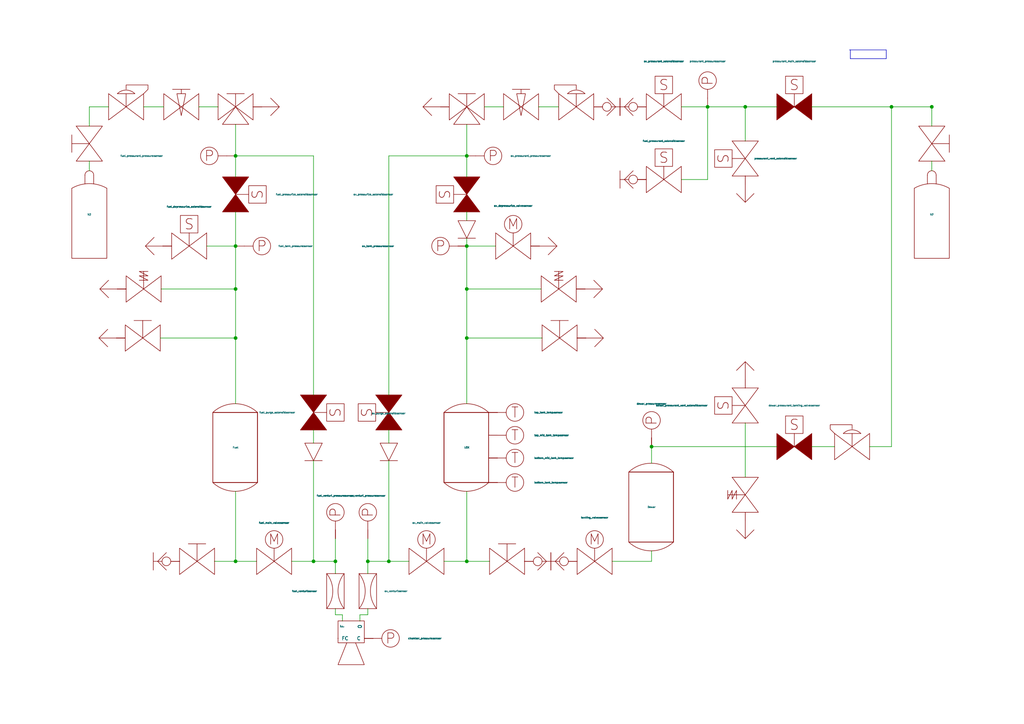
<source format=kicad_sch>
(kicad_sch (version 20230121) (generator eeschema)
  (paper "A4")
  (lib_symbols
    (symbol "PnID-Lib:CheckValve" (pin_numbers hide) (pin_names (offset 1.016))
      (property "Reference" "CheckValve" (at 0 -3.302 0))
      (symbol "CheckValve_0_0"
        (polyline (pts (xy 2.54 2.54) (xy 2.54 -2.54)))
        (polyline (pts (xy -2.54 2.54) (xy -2.54 -2.54) (xy 2.54 0) (xy -2.54 2.54)))
      )
      (symbol "CheckValve_1_1"
        (pin bidirectional line (at -2.54 0 0) (length 0) (name "~") (number "~"))
        (pin bidirectional line (at 2.54 0 180) (length 0) (name "~") (number "~"))
      )
    )
    (symbol "PnID-Lib:Engine" (pin_numbers hide) (pin_names (offset 1.016))
      (property "Reference" "Engine" (at 0 -11.43 0))
      (symbol "Engine_0_0"
        (rectangle (start -3.81 2.54) (end 3.81 -3.81))
        (polyline (pts (xy -1.27 -3.81) (xy -3.81 -10.16) (xy 3.81 -10.16) (xy 1.27 -3.81)))
      )
      (symbol "Engine_1_1"
        (pin bidirectional line (at 3.81 -2.54 180) (length 0) (name "C") (number "~"))
        (pin input line (at -2.54 2.54 270) (length 0) (name "F") (number "~"))
        (pin input line (at -3.81 -2.54 0) (length 0) (name "FC") (number "~"))
        (pin input line (at 2.54 2.54 270) (length 0) (name "O") (number "~"))
      )
    )
    (symbol "PnID-Lib:GasBottle" (pin_numbers hide) (pin_names (offset 1.016))
      (property "Reference" "GasBottle" (at 0 -1.016 0))
      (symbol "GasBottle_0_0"
        (polyline (pts (xy -1.27 8.89) (xy -1.27 11.43)))
        (polyline (pts (xy 1.27 8.89) (xy 1.27 11.43)))
        (polyline (pts (xy -5.08 7.62) (xy -5.08 -12.7) (xy 5.08 -12.7) (xy 5.08 7.62)))
        (arc (start 1.27 11.43) (mid 0 12.6945) (end -1.27 11.43))
        (arc (start 5.08 7.62) (mid 0 8.9691) (end -5.08 7.62))
      )
      (symbol "GasBottle_1_1"
        (pin output line (at 0 12.7 270) (length 0) (name "~") (number "~"))
      )
    )
    (symbol "PnID-Lib:PressureRegulator" (pin_numbers hide) (pin_names (offset 1.016))
      (property "Reference" "PressureRegulator" (at 0 -5.08 0))
      (property "Value" "PressureRegulator" (at 0 -6.35 0))
      (symbol "PressureRegulator_0_0"
        (polyline (pts (xy -2.54 3.81) (xy 2.54 3.81)))
        (polyline (pts (xy 0 0) (xy 0 3.81)))
        (polyline (pts (xy -5.08 3.81) (xy -6.35 5.08) (xy -6.35 6.35) (xy 0 6.35) (xy 0 5.08)))
        (arc (start 2.54 3.81) (mid 0 4.8621) (end -2.54 3.81))
      )
      (symbol "PressureRegulator_1_1"
        (polyline (pts (xy 0 0) (xy -5.08 3.81) (xy -5.08 -3.81) (xy 0 0)))
        (polyline (pts (xy 5.08 3.81) (xy 0 0) (xy 5.08 -3.81) (xy 5.08 3.81)))
        (pin bidirectional line (at -5.08 0 0) (length 0) (name "~") (number "~"))
        (pin bidirectional line (at 5.08 0 180) (length 0) (name "~") (number "~"))
      )
    )
    (symbol "PnID-Lib:QuickConnect_Half" (pin_numbers hide) (pin_names (offset 1.016))
      (property "Reference" "QuickConnect" (at 0 -5.08 0))
      (property "Value" "QuickConnect_Half" (at 0 -7.62 0))
      (symbol "QuickConnect_Half_0_0"
        (circle (center -3.81 0) (radius 1.27))
        (polyline (pts (xy -1.27 0) (xy -3.81 -2.54)))
        (polyline (pts (xy -1.27 0) (xy -2.54 0)))
        (polyline (pts (xy 0 2.54) (xy 0 -2.54)))
        (polyline (pts (xy 0 0) (xy -1.27 0) (xy -3.81 2.54)))
      )
      (symbol "QuickConnect_Half_1_1"
        (pin bidirectional line (at -7.62 0 0) (length 2.54) (name "~") (number "~"))
      )
    )
    (symbol "PnID-Lib:Sensor_Pressure" (pin_numbers hide) (pin_names (offset 1.016))
      (property "Reference" "Sensor_Pressure" (at 6.35 0.762 0))
      (property "Value" "Sensor_Pressure" (at 6.35 -0.762 0))
      (property "Data_Content" " " (at 0 0 0))
      (symbol "Sensor_Pressure_0_0"
        (polyline (pts (xy -5.08 0) (xy -2.54 0)))
        (circle (center 0 0) (radius 2.54))
        (text "P" (at 0 0 0) (effects (font (size 2.9972 2.9972))))
      )
      (symbol "Sensor_Pressure_1_1"
        (pin bidirectional line (at -7.62 0 0) (length 2.54) (name "~") (number "~"))
      )
    )
    (symbol "PnID-Lib:Sensor_Temperature" (pin_numbers hide) (pin_names (offset 1.016))
      (property "Reference" "Sensor_Temperature" (at 7.112 0.762 0))
      (property "Value" "Sensor_Temperature" (at 7.112 -0.762 0))
      (symbol "Sensor_Temperature_0_0"
        (polyline (pts (xy -5.08 0) (xy -2.54 0)))
        (text "T" (at 0 0 0) (effects (font (size 2.9972 2.9972))))
      )
      (symbol "Sensor_Temperature_0_1"
        (circle (center 0 0) (radius 2.54))
      )
      (symbol "Sensor_Temperature_1_1"
        (pin bidirectional line (at -7.62 0 0) (length 2.54) (name "~") (number "~"))
      )
    )
    (symbol "PnID-Lib:Tank_Slim" (pin_numbers hide) (pin_names (offset 1.016))
      (property "Reference" "Tank_Slim" (at 0 1.27 0))
      (property "Value" "Tank_Slim" (at 0 -1.27 0))
      (symbol "Tank_Slim_0_0"
        (polyline (pts (xy 6.35 10.16) (xy 6.35 -10.16)))
      )
      (symbol "Tank_Slim_0_1"
        (rectangle (start -6.604 -10.16) (end 6.35 10.16))
        (polyline (pts (xy -6.604 10.16) (xy -6.604 -10.16)))
        (polyline (pts (xy -6.35 -10.16) (xy 6.35 -10.16)))
        (polyline (pts (xy -6.35 10.16) (xy 6.35 10.16)))
        (arc (start 6.35 10.16) (mid -0.127 12.7008) (end -6.604 10.16))
      )
      (symbol "Tank_Slim_1_1"
        (arc (start -6.604 -10.16) (mid -0.127 -12.7008) (end 6.35 -10.16))
        (pin bidirectional line (at 0 -12.7 90) (length 0) (name "~") (number "~"))
        (pin bidirectional line (at 0 12.7 270) (length 0) (name "~") (number "~"))
      )
    )
    (symbol "PnID-Lib:Valve_Manual" (pin_numbers hide) (pin_names (offset 1.016))
      (property "Reference" "Valve_Manual" (at 0 -5.08 0))
      (symbol "Valve_Manual_0_0"
        (polyline (pts (xy -2.54 5.08) (xy 2.54 5.08)))
        (polyline (pts (xy 0 0) (xy 0 5.08)))
      )
      (symbol "Valve_Manual_1_1"
        (polyline (pts (xy 0 0) (xy -5.08 3.81) (xy -5.08 -3.81) (xy 0 0)))
        (polyline (pts (xy 5.08 3.81) (xy 0 0) (xy 5.08 -3.81) (xy 5.08 3.81)))
        (pin bidirectional line (at -5.08 0 0) (length 0) (name "~") (number "~"))
        (pin bidirectional line (at 5.08 0 180) (length 0) (name "~") (number "~"))
      )
    )
    (symbol "PnID-Lib:Valve_Manual_3Way" (pin_names (offset 1.016))
      (property "Reference" "U" (at 0 19.558 0))
      (property "Value" "Valve_Manual_3Way" (at 0 17.272 0))
      (symbol "Valve_Manual_3Way_1_1"
        (polyline (pts (xy -2.54 10.922) (xy 2.54 10.922)))
        (polyline (pts (xy 0 7.112) (xy 0 10.922)))
        (polyline (pts (xy 0 7.112) (xy -5.08 10.922) (xy -5.08 3.302) (xy 0 7.112)))
        (polyline (pts (xy 3.81 2.032) (xy 0 7.112) (xy -3.81 2.032) (xy 3.81 2.032)))
        (polyline (pts (xy 5.08 10.922) (xy 0 7.112) (xy 5.08 3.302) (xy 5.08 10.922)))
        (pin bidirectional line (at -5.08 7.112 0) (length 0) (name "~") (number "~"))
        (pin bidirectional line (at 0 2.032 90) (length 0) (name "~") (number "~"))
        (pin bidirectional line (at 5.08 7.112 180) (length 0) (name "~") (number "~"))
      )
    )
    (symbol "PnID-Lib:Valve_Needle" (pin_numbers hide) (pin_names (offset 1.016))
      (property "Reference" "Valve_Needle" (at 0 -5.08 0))
      (symbol "Valve_Needle_0_0"
        (polyline (pts (xy -2.54 5.08) (xy 2.54 5.08)))
        (polyline (pts (xy 0 3.81) (xy 0 5.08)))
        (polyline (pts (xy 0 -2.54) (xy -1.27 3.81) (xy 1.27 3.81) (xy 0 -2.54)))
      )
      (symbol "Valve_Needle_1_1"
        (polyline (pts (xy 0 0) (xy -5.08 3.81) (xy -5.08 -3.81) (xy 0 0)))
        (polyline (pts (xy 5.08 3.81) (xy 0 0) (xy 5.08 -3.81) (xy 5.08 3.81)))
        (pin bidirectional line (at -5.08 0 0) (length 0) (name "~") (number "~"))
        (pin bidirectional line (at 5.08 0 180) (length 0) (name "~") (number "~"))
      )
    )
    (symbol "PnID-Lib:Valve_OverPressure" (pin_numbers hide) (pin_names (offset 1.016))
      (property "Reference" "Valve_OverPressure" (at 0 -4.572 0))
      (symbol "Valve_OverPressure_0_0"
        (polyline (pts (xy 0 0) (xy 0 5.08)))
        (polyline (pts (xy -1.27 2.54) (xy 1.27 2.54) (xy -1.27 3.81) (xy 1.27 3.81) (xy -1.27 5.08) (xy 1.27 5.08)))
      )
      (symbol "Valve_OverPressure_1_1"
        (polyline (pts (xy 0 0) (xy -5.08 3.81) (xy -5.08 -3.81) (xy 0 0)))
        (polyline (pts (xy 5.08 3.81) (xy 0 0) (xy 5.08 -3.81) (xy 5.08 3.81)))
        (pin bidirectional line (at -5.08 0 0) (length 0) (name "~") (number "~"))
        (pin bidirectional line (at 5.08 0 180) (length 0) (name "~") (number "~"))
      )
    )
    (symbol "PnID-Lib:Valve_Servo" (pin_numbers hide) (pin_names (offset 1.016))
      (property "Reference" "Valve_Servo" (at 0 -4.064 0))
      (property "Value" "Valve_Servo" (at 0 -5.334 0))
      (symbol "Valve_Servo_0_0"
        (polyline (pts (xy 0 0) (xy 0 3.81)))
        (circle (center 0 6.35) (radius 2.54))
        (text "M" (at 0 6.35 0) (effects (font (size 2.9972 2.9972))))
      )
      (symbol "Valve_Servo_0_1"
        (polyline (pts (xy 0 0) (xy -5.08 3.81) (xy -5.08 -3.81) (xy 0 0)))
      )
      (symbol "Valve_Servo_1_1"
        (polyline (pts (xy 5.08 3.81) (xy 0 0) (xy 5.08 -3.81) (xy 5.08 3.81)))
        (pin bidirectional line (at -5.08 0 0) (length 0) (name "~") (number "~"))
        (pin bidirectional line (at 5.08 0 180) (length 0) (name "~") (number "~"))
      )
    )
    (symbol "PnID-Lib:Valve_Solenoid_NC" (pin_numbers hide) (pin_names (offset 1.016))
      (property "Reference" "Valve_Solenoid" (at 0.254 -4.318 0))
      (property "Value" "Valve_Solenoid_NC" (at 0.254 -5.588 0))
      (symbol "Valve_Solenoid_NC_0_0"
        (rectangle (start -2.54 3.81) (end 2.54 8.89))
        (text "S" (at 0 6.35 0) (effects (font (size 2.9972 2.9972))))
      )
      (symbol "Valve_Solenoid_NC_0_1"
        (polyline (pts (xy 0 3.81) (xy 0 0)))
      )
      (symbol "Valve_Solenoid_NC_1_1"
        (polyline (pts (xy 0 0) (xy -5.08 3.81) (xy -5.08 -3.81) (xy 0 0)) (fill (type outline)))
        (polyline (pts (xy 5.08 3.81) (xy 0 0) (xy 5.08 -3.81) (xy 5.08 3.81)) (fill (type outline)))
        (pin bidirectional line (at -5.08 0 0) (length 0) (name "~") (number "~"))
        (pin bidirectional line (at 5.08 0 180) (length 0) (name "~") (number "~"))
      )
    )
    (symbol "PnID-Lib:Valve_Solenoid_NO" (pin_numbers hide) (pin_names (offset 1.016))
      (property "Reference" "Valve_Solenoid" (at 0.254 -4.318 0))
      (property "Value" "Valve_Solenoid_NO" (at 0.254 -5.588 0))
      (symbol "Valve_Solenoid_NO_0_0"
        (rectangle (start -2.54 3.81) (end 2.54 8.89))
        (text "S" (at 0 6.35 0) (effects (font (size 2.9972 2.9972))))
      )
      (symbol "Valve_Solenoid_NO_0_1"
        (polyline (pts (xy 0 3.81) (xy 0 0)))
      )
      (symbol "Valve_Solenoid_NO_1_1"
        (polyline (pts (xy 0 0) (xy -5.08 3.81) (xy -5.08 -3.81) (xy 0 0)))
        (polyline (pts (xy 5.08 3.81) (xy 0 0) (xy 5.08 -3.81) (xy 5.08 3.81)))
        (pin bidirectional line (at -5.08 0 0) (length 0) (name "~") (number "~"))
        (pin bidirectional line (at 5.08 0 180) (length 0) (name "~") (number "~"))
      )
    )
    (symbol "PnID-Lib:Vent" (pin_numbers hide) (pin_names (offset 1.016))
      (property "Reference" "Vent" (at 2.54 1.27 0))
      (symbol "Vent_0_0"
        (polyline (pts (xy 0 0) (xy -5.08 0)))
        (polyline (pts (xy -2.54 2.54) (xy 0 0) (xy -2.54 -2.54)))
      )
      (symbol "Vent_1_1"
        (pin bidirectional line (at -7.62 0 0) (length 2.54) (name "~") (number "~"))
      )
    )
    (symbol "PnID-Lib:Venturi" (pin_numbers hide) (pin_names (offset 1.016))
      (property "Reference" "Venturi" (at 0 -5.08 0))
      (symbol "Venturi_0_0"
        (rectangle (start -5.08 2.54) (end 5.08 -2.54))
        (arc (start -5.08 2.54) (mid 0 0.758) (end 5.08 2.54))
        (arc (start 5.08 -2.54) (mid 0 -0.758) (end -5.08 -2.54))
      )
      (symbol "Venturi_1_1"
        (pin bidirectional line (at -5.08 0 0) (length 0) (name "~") (number "~"))
        (pin bidirectional line (at 5.08 0 180) (length 0) (name "~") (number "~"))
      )
    )
  )
  (junction (at 135.382 71.374))
  (junction (at 90.932 162.814))
  (junction (at 68.326 98.044))
  (junction (at 112.776 162.814))
  (junction (at 135.382 98.044))
  (junction (at 135.382 162.814))
  (junction (at 135.382 83.82))
  (junction (at 270.256 30.988))
  (junction (at 97.282 162.814))
  (junction (at 68.326 162.814))
  (junction (at 258.572 30.988))
  (junction (at 135.382 45.212))
  (junction (at 205.232 30.988))
  (junction (at 216.154 30.988))
  (junction (at 188.976 129.54))
  (junction (at 68.326 83.82))
  (junction (at 68.326 45.212))
  (junction (at 106.68 162.814))
  (junction (at 68.326 71.374))
  (wire (pts (xy 106.68 162.814) (xy 112.776 162.814)))
  (wire (pts (xy 112.776 162.814) (xy 118.618 162.814)))
  (wire (pts (xy 99.314 178.308) (xy 99.314 180.086)))
  (wire (pts (xy 112.776 133.604) (xy 112.776 162.814)))
  (wire (pts (xy 140.462 30.988) (xy 146.05 30.988)))
  (wire (pts (xy 90.932 133.604) (xy 90.932 162.814)))
  (wire (pts (xy 135.382 162.814) (xy 141.986 162.814)))
  (wire (pts (xy 258.572 30.988) (xy 235.458 30.988)))
  (wire (pts (xy 106.68 178.308) (xy 104.394 178.308)))
  (wire (pts (xy 162.052 30.988) (xy 156.21 30.988)))
  (wire (pts (xy 25.908 30.988) (xy 25.908 36.576)))
  (wire (pts (xy 97.282 178.308) (xy 97.282 176.53)))
  (wire (pts (xy 157.226 98.044) (xy 135.382 98.044)))
  (wire (pts (xy 258.572 30.988) (xy 270.256 30.988)))
  (wire (pts (xy 68.326 83.82) (xy 68.326 98.044)))
  (wire (pts (xy 90.932 162.814) (xy 97.282 162.814)))
  (wire (pts (xy 216.154 30.988) (xy 225.298 30.988)))
  (wire (pts (xy 47.498 30.988) (xy 41.656 30.988)))
  (wire (pts (xy 68.326 162.814) (xy 74.422 162.814)))
  (wire (pts (xy 112.776 128.524) (xy 112.776 124.714)))
  (wire (pts (xy 68.326 98.044) (xy 68.326 117.094)))
  (wire (pts (xy 106.68 176.53) (xy 106.68 178.308)))
  (wire (pts (xy 135.382 45.212) (xy 135.382 51.308)))
  (wire (pts (xy 205.232 30.988) (xy 216.154 30.988)))
  (wire (pts (xy 25.908 49.53) (xy 25.908 46.736)))
  (polyline (pts (xy 246.634 17.018) (xy 257.048 17.018)))
  (wire (pts (xy 46.482 98.044) (xy 68.326 98.044)))
  (wire (pts (xy 135.382 71.374) (xy 135.382 69.088)))
  (wire (pts (xy 106.68 162.814) (xy 106.68 156.21)))
  (wire (pts (xy 68.326 45.212) (xy 90.932 45.212)))
  (wire (pts (xy 112.776 45.212) (xy 112.776 114.554)))
  (wire (pts (xy 97.282 178.308) (xy 99.314 178.308)))
  (wire (pts (xy 135.382 98.044) (xy 135.382 83.82)))
  (wire (pts (xy 216.154 30.988) (xy 216.154 40.894)))
  (wire (pts (xy 84.582 162.814) (xy 90.932 162.814)))
  (wire (pts (xy 62.23 162.814) (xy 68.326 162.814)))
  (wire (pts (xy 31.496 30.988) (xy 25.908 30.988)))
  (wire (pts (xy 112.776 45.212) (xy 135.382 45.212)))
  (polyline (pts (xy 246.634 14.478) (xy 246.634 17.018)))
  (wire (pts (xy 242.062 129.54) (xy 235.458 129.54)))
  (wire (pts (xy 68.326 142.494) (xy 68.326 162.814)))
  (wire (pts (xy 104.394 178.308) (xy 104.394 180.086)))
  (wire (pts (xy 143.764 71.374) (xy 135.382 71.374)))
  (wire (pts (xy 135.382 36.068) (xy 135.382 45.212)))
  (wire (pts (xy 90.932 45.212) (xy 90.932 114.554)))
  (wire (pts (xy 59.944 71.374) (xy 68.326 71.374)))
  (wire (pts (xy 197.612 30.988) (xy 205.232 30.988)))
  (wire (pts (xy 135.382 61.468) (xy 135.382 64.008)))
  (wire (pts (xy 106.68 162.814) (xy 106.68 166.37)))
  (wire (pts (xy 270.256 30.988) (xy 270.256 30.734)))
  (wire (pts (xy 90.932 124.714) (xy 90.932 128.524)))
  (wire (pts (xy 97.282 166.37) (xy 97.282 162.814)))
  (wire (pts (xy 156.972 83.82) (xy 135.382 83.82)))
  (wire (pts (xy 63.246 30.988) (xy 57.658 30.988)))
  (wire (pts (xy 68.326 61.468) (xy 68.326 71.374)))
  (wire (pts (xy 258.572 30.988) (xy 258.572 129.54)))
  (wire (pts (xy 46.736 83.82) (xy 68.326 83.82)))
  (wire (pts (xy 197.612 52.07) (xy 205.232 52.07)))
  (wire (pts (xy 68.326 71.374) (xy 68.326 83.82)))
  (wire (pts (xy 68.326 45.212) (xy 68.326 51.308)))
  (wire (pts (xy 188.976 162.814) (xy 188.976 159.766)))
  (wire (pts (xy 97.282 162.814) (xy 97.282 156.21)))
  (wire (pts (xy 177.546 162.814) (xy 188.976 162.814)))
  (polyline (pts (xy 257.048 17.018) (xy 257.048 14.478)))
  (wire (pts (xy 270.256 49.53) (xy 270.256 46.736)))
  (wire (pts (xy 270.256 30.988) (xy 270.256 36.576)))
  (wire (pts (xy 205.232 30.988) (xy 205.232 52.07)))
  (wire (pts (xy 135.382 83.82) (xy 135.382 71.374)))
  (wire (pts (xy 128.778 162.814) (xy 135.382 162.814)))
  (wire (pts (xy 135.382 142.494) (xy 135.382 162.814)))
  (wire (pts (xy 68.326 36.068) (xy 68.326 45.212)))
  (polyline (pts (xy 257.048 14.478) (xy 246.38 14.478)))
  (wire (pts (xy 135.382 98.044) (xy 135.382 117.094)))
  (wire (pts (xy 188.976 129.54) (xy 188.976 134.366)))
  (wire (pts (xy 258.572 129.54) (xy 252.222 129.54)))
  (wire (pts (xy 216.154 122.682) (xy 216.154 138.43)))
  (wire (pts (xy 188.976 129.54) (xy 225.298 129.54)))
  (symbol (lib_id "PnID-Lib:GasBottle") (at 25.908 62.23 0) (unit 1)
    (property "Reference" "N2" (at 25.908 62.23 0) (effects (font (size 0.508 0.508))))
    (property "Value" "N2" (effects hide))
  )
  (symbol (lib_id "PnID-Lib:Sensor_Pressure") (at 143.002 45.212 0) (unit 1)
    (property "Reference" "ox_pressurant_pressure:sensor" (effects hide))
    (property "Value" "ox_pressurant_pressure:sensor" (at 148.082 45.212 0) (effects (font (size 0.508 0.508)) (justify left)))
    (property "Unit" "bar" (effects hide))
    (property "Action_Reference" " " (effects hide))
    (property "Data_Content" " " (effects hide))
  )
  (symbol (lib_id "PnID-Lib:Sensor_Pressure") (at 60.706 45.212 180) (unit 1)
    (property "Reference" "fuel_pressurant_pressure" (effects hide))
    (property "Value" "fuel_pressurant_pressure:sensor" (at 47.244 45.212 0) (effects (font (size 0.508 0.508)) (justify left)))
    (property "Unit" "bar" (effects hide))
    (property "Action_Reference" " " (effects hide))
    (property "Data_Content" " " (effects hide))
  )
  (symbol (lib_id "PnID-Lib:Valve_Solenoid_NC") (at 135.382 56.388 90) (mirror x) (unit 1)
    (property "Reference" "ox_pressurize_solenoid" (effects hide))
    (property "Value" "ox_pressurize_solenoid:sensor" (at 114.046 56.388 90) (effects (font (size 0.508 0.508)) (justify left)))
    (property "Unit" "%" (effects hide))
    (property "Action_Reference" " " (effects hide))
  )
  (symbol (lib_id "PnID-Lib:Valve_Solenoid_NC") (at 68.326 56.388 270) (unit 1)
    (property "Reference" "fuel_pressurize_solenoid" (effects hide))
    (property "Value" "fuel_pressurize_solenoid:sensor" (at 80.01 56.388 90) (effects (font (size 0.508 0.508)) (justify left)))
    (property "Unit" "%" (effects hide))
    (property "Action_Reference" " " (effects hide))
  )
  (symbol (lib_id "PnID-Lib:Valve_Solenoid_NC") (at 112.776 119.634 90) (unit 1)
    (property "Reference" "ox_purge_solenoid" (effects hide))
    (property "Value" "ox_purge_solenoid:sensor" (at 117.602 119.888 90) (effects (font (size 0.508 0.508)) (justify left)))
    (property "Unit" "%" (effects hide))
    (property "Action_Reference" " " (effects hide))
  )
  (symbol (lib_id "PnID-Lib:Valve_Solenoid_NC") (at 90.932 119.634 270) (unit 1)
    (property "Reference" "fuel_purge_solenoid" (effects hide))
    (property "Value" "fuel_purge_solenoid:sensor" (at 85.598 119.634 90) (effects (font (size 0.508 0.508)) (justify right)))
    (property "Unit" "%" (effects hide))
    (property "Action_Reference" " " (effects hide))
  )
  (symbol (lib_id "PnID-Lib:CheckValve") (at 135.382 66.548 270) (unit 1)
    (property "Reference" "CheckValve?" (effects hide))
    (property "Value" "CheckValve" (effects hide))
  )
  (symbol (lib_id "PnID-Lib:Tank_Slim") (at 135.382 129.794 0) (unit 1)
    (property "Reference" "LOX" (at 135.382 129.794 0) (effects (font (size 0.508 0.508))))
    (property "Value" "lox_tank" (effects hide))
    (property "Unit" "%" (effects hide))
    (property "Action_Reference" " " (effects hide))
    (property "Data_Content" " " (effects hide))
  )
  (symbol (lib_id "PnID-Lib:Tank_Slim") (at 68.326 129.794 0) (unit 1)
    (property "Reference" "Fuel" (at 68.326 129.794 0) (effects (font (size 0.508 0.508))))
    (property "Value" "fuel_tank" (effects hide))
    (property "Unit" "%" (effects hide))
    (property "Action_Reference" " " (effects hide))
    (property "Data_Content" " " (effects hide))
  )
  (symbol (lib_id "PnID-Lib:Engine") (at 101.854 182.626 0) (unit 1)
    (property "Reference" "engine" (effects hide))
    (property "Value" "engine" (effects hide))
    (property "Action_Reference" " " (effects hide))
  )
  (symbol (lib_id "PnID-Lib:CheckValve") (at 90.932 131.064 270) (unit 1)
    (property "Reference" "CheckValve?" (effects hide))
    (property "Value" "CheckValve" (effects hide))
  )
  (symbol (lib_id "PnID-Lib:CheckValve") (at 112.776 131.064 270) (unit 1)
    (property "Reference" "CheckValve?" (effects hide))
    (property "Value" "CheckValve" (effects hide))
  )
  (symbol (lib_id "PnID-Lib:Sensor_Pressure") (at 97.282 148.59 90) (unit 1)
    (property "Reference" "fuel_venturi_pressure" (effects hide))
    (property "Value" "fuel_venturi_pressure:sensor" (at 97.282 143.764 90) (effects (font (size 0.508 0.508))))
    (property "Unit" "bar" (effects hide))
    (property "Action_Reference" " " (effects hide))
    (property "Data_Content" " " (effects hide))
  )
  (symbol (lib_id "PnID-Lib:Sensor_Pressure") (at 106.68 148.59 90) (unit 1)
    (property "Reference" "ox_venturi_pressure" (effects hide))
    (property "Value" "ox_venturi_pressure:sensor" (at 106.68 143.764 90) (effects (font (size 0.508 0.508))))
    (property "Unit" "bar" (effects hide))
    (property "Action_Reference" " " (effects hide))
    (property "Data_Content" " " (effects hide))
  )
  (symbol (lib_id "PnID-Lib:Sensor_Pressure") (at 113.284 185.166 0) (unit 1)
    (property "Reference" "chamber_pressure" (effects hide))
    (property "Value" "chamber_pressure:sensor" (at 118.364 185.166 0) (effects (font (size 0.508 0.508)) (justify left)))
    (property "Unit" "bar" (effects hide))
    (property "Action_Reference" " " (effects hide))
    (property "Data_Content" " " (at 110.5408 189.5602 0))
  )
  (symbol (lib_id "PnID-Lib:Sensor_Temperature") (at 149.352 119.634 0) (mirror x) (unit 1)
    (property "Reference" "top_tank_temp" (effects hide))
    (property "Value" "top_tank_temp:sensor" (at 154.94 119.634 0) (effects (font (size 0.508 0.508)) (justify left)))
    (property "Unit" "˚C" (effects hide))
    (property "Action_Reference" " " (effects hide))
  )
  (symbol (lib_id "PnID-Lib:Valve_Manual") (at 147.066 162.814 0) (unit 1)
    (property "Reference" "ox_manual_tanking_valve" (effects hide))
    (property "Value" "ox_manual_tanking_valve" (effects hide))
    (property "Action_Reference" " " (effects hide))
  )
  (symbol (lib_id "PnID-Lib:QuickConnect_Half") (at 159.766 162.814 0) (unit 1)
    (property "Reference" "ox_quick_connect" (effects hide))
    (property "Value" "ox_quick_connect" (effects hide))
  )
  (symbol (lib_id "PnID-Lib:Vent") (at 122.682 30.988 180) (unit 1)
    (property "Reference" "Vent?" (effects hide))
    (property "Value" "Vent" (effects hide))
  )
  (symbol (lib_id "PnID-Lib:Vent") (at 81.026 30.988 0) (unit 1)
    (property "Reference" "Vent?" (effects hide))
    (property "Value" "Vent" (effects hide))
  )
  (symbol (lib_id "PnID-Lib:Venturi") (at 106.68 171.45 270) (unit 1)
    (property "Reference" "ox_venturi" (effects hide))
    (property "Value" "ox_venturi:sensor" (at 111.506 171.45 90) (effects (font (size 0.508 0.508)) (justify left)))
    (property "Unit" "%" (effects hide))
  )
  (symbol (lib_id "PnID-Lib:Venturi") (at 97.282 171.45 270) (unit 1)
    (property "Reference" "fuel_venturi" (effects hide))
    (property "Value" "fuel_venturi:sensor" (at 91.948 171.45 90) (effects (font (size 0.508 0.508)) (justify right)))
    (property "Unit" "%" (effects hide))
  )
  (symbol (lib_id "PnID-Lib:Valve_Manual") (at 25.908 41.656 90) (unit 1)
    (property "Reference" "fuel_manual_valve" (effects hide))
    (property "Value" "fuel_manual_valve" (effects hide))
    (property "Action_Reference" " " (effects hide))
  )
  (symbol (lib_id "PnID-Lib:PressureRegulator") (at 36.576 30.988 0) (mirror y) (unit 1)
    (property "Reference" "fuel_pressure_regulator" (effects hide))
    (property "Value" "fuel_pressure_regulator" (effects hide))
  )
  (symbol (lib_id "PnID-Lib:Valve_Needle") (at 52.578 30.988 0) (unit 1)
    (property "Reference" "fuel_needle_valve" (effects hide))
    (property "Value" "fuel_needle_valve" (effects hide))
    (property "Action_Reference" " " (effects hide))
  )
  (symbol (lib_id "PnID-Lib:Valve_Manual_3Way") (at 68.326 38.1 0) (unit 1)
    (property "Reference" "fuel_manual_3way" (effects hide))
    (property "Value" "fuel_manual_3way" (effects hide))
  )
  (symbol (lib_id "PnID-Lib:Valve_OverPressure") (at 41.656 83.82 0) (unit 1)
    (property "Reference" "fuel_safety_valve" (effects hide))
    (property "Value" "fuel_safety_valve" (effects hide))
    (property "Action_Reference" " " (effects hide))
  )
  (symbol (lib_id "PnID-Lib:Valve_Solenoid_NO") (at 54.864 71.374 0) (unit 1)
    (property "Reference" "fuel_depressurize_solenoid" (effects hide))
    (property "Value" "fuel_depressurize_solenoid:sensor" (at 54.864 59.944 0) (effects (font (size 0.508 0.508))))
    (property "Unit" "%" (effects hide))
    (property "Action_Reference" " " (effects hide))
  )
  (symbol (lib_id "PnID-Lib:Valve_Manual") (at 57.15 162.814 0) (unit 1)
    (property "Reference" "fuel_manual_tanking_valve" (effects hide))
    (property "Value" "fuel_manual_tanking_valve" (effects hide))
    (property "Action_Reference" " " (effects hide))
  )
  (symbol (lib_id "PnID-Lib:QuickConnect_Half") (at 44.45 162.814 180) (unit 1)
    (property "Reference" "fuel_quick_connect" (effects hide))
    (property "Value" "fuel_quick_connect" (effects hide))
  )
  (symbol (lib_id "PnID-Lib:Valve_Manual") (at 41.402 98.044 0) (unit 1)
    (property "Reference" "fuel_manual_vent_valve" (effects hide))
    (property "Value" "fuel_manual_vent_valve" (effects hide))
    (property "Action_Reference" " " (effects hide))
  )
  (symbol (lib_id "PnID-Lib:Vent") (at 42.164 71.374 180) (unit 1)
    (property "Reference" "Vent?" (effects hide))
    (property "Value" "Vent" (effects hide))
  )
  (symbol (lib_id "PnID-Lib:Vent") (at 28.956 83.82 180) (unit 1)
    (property "Reference" "Vent?" (effects hide))
    (property "Value" "Vent" (effects hide))
  )
  (symbol (lib_id "PnID-Lib:Vent") (at 28.702 98.044 180) (unit 1)
    (property "Reference" "Vent?" (effects hide))
    (property "Value" "Vent" (effects hide))
  )
  (symbol (lib_id "PnID-Lib:Valve_Servo") (at 79.502 162.814 0) (unit 1)
    (property "Reference" "fuel_main_valve" (effects hide))
    (property "Value" "fuel_main_valve:sensor" (at 79.502 151.638 0) (effects (font (size 0.508 0.508))))
    (property "Unit" "%" (effects hide))
    (property "Action_Reference" " " (effects hide))
  )
  (symbol (lib_id "PnID-Lib:PressureRegulator") (at 247.142 129.54 0) (unit 1)
    (property "Reference" "DewarPressureRegulator?" (effects hide))
    (property "Value" "DewarPressureRegulator" (effects hide))
  )
  (symbol (lib_id "PnID-Lib:Valve_Solenoid_NC") (at 230.378 129.54 0) (unit 1)
    (property "Reference" "dewar_pressurant_tanking_valve?" (effects hide))
    (property "Value" "dewar_pressurant_tanking_valve:sensor" (at 230.378 117.602 0) (effects (font (size 0.508 0.508))))
    (property "Unit" "%" (effects hide))
    (property "Action_Reference" " " (effects hide))
  )
  (symbol (lib_id "PnID-Lib:Valve_OverPressure") (at 216.154 143.51 90) (unit 1)
    (property "Reference" "DewarOverPressureValve?" (effects hide))
    (property "Value" "DewarOverPressureValve" (effects hide))
    (property "Action_Reference" " " (effects hide))
  )
  (symbol (lib_id "PnID-Lib:Sensor_Pressure") (at 188.976 121.92 90) (unit 1)
    (property "Reference" "dewar_pressure?" (effects hide))
    (property "Value" "dewar_pressure:sensor" (at 188.976 117.094 90) (effects (font (size 0.508 0.508))))
    (property "Unit" "bar" (effects hide))
    (property "Action_Reference" " " (effects hide))
    (property "Data_Content" " " (effects hide))
  )
  (symbol (lib_id "PnID-Lib:Tank_Slim") (at 188.976 147.066 0) (unit 1)
    (property "Reference" "Dewar" (at 188.976 147.066 0) (effects (font (size 0.508 0.508))))
    (property "Value" "dewar_fill_level:sensor" (effects hide))
    (property "Unit" "%" (effects hide))
    (property "Action_Reference" " " (effects hide))
    (property "Data_Content" " " (effects hide))
  )
  (symbol (lib_id "PnID-Lib:Valve_Servo") (at 172.466 162.814 0) (unit 1)
    (property "Reference" "tanking_valve?" (effects hide))
    (property "Value" "tanking_valve:sensor" (at 172.466 150.114 0) (effects (font (size 0.508 0.508))))
    (property "Unit" "%" (effects hide))
    (property "Action_Reference" " " (effects hide))
  )
  (symbol (lib_id "PnID-Lib:QuickConnect_Half") (at 159.766 162.814 180) (unit 1)
    (property "Reference" "DewarQuickConnect?" (effects hide))
    (property "Value" "DewarQuickConnect" (effects hide))
  )
  (symbol (lib_id "PnID-Lib:Valve_Solenoid_NC") (at 230.378 30.988 0) (unit 1)
    (property "Reference" "pressurant_main_solenoid?" (effects hide))
    (property "Value" "pressurant_main_solenoid:sensor" (at 230.378 17.78 0) (effects (font (size 0.508 0.508))))
    (property "Unit" "%" (effects hide))
    (property "Action_Reference" " " (effects hide))
  )
  (symbol (lib_id "PnID-Lib:Valve_Solenoid_NO") (at 216.154 45.974 90) (unit 1)
    (property "Reference" "pressurant_vent_solenoid?" (effects hide))
    (property "Value" "pressurant_vent_solenoid:sensor" (at 231.14 45.974 90) (effects (font (size 0.508 0.508)) (justify left)))
    (property "Unit" "%" (effects hide))
    (property "Action_Reference" " " (effects hide))
  )
  (symbol (lib_id "PnID-Lib:Sensor_Pressure") (at 205.232 23.368 90) (unit 1)
    (property "Reference" "pressurant_pressure?" (effects hide))
    (property "Value" "pressurant_pressure:sensor" (at 205.232 17.78 90) (effects (font (size 0.508 0.508))))
    (property "Unit" "bar" (effects hide))
    (property "Action_Reference" " " (effects hide))
    (property "Data_Content" " " (effects hide))
  )
  (symbol (lib_id "PnID-Lib:Valve_Solenoid_NO") (at 192.532 52.07 0) (unit 1)
    (property "Reference" "fuel_pressurant_solenoid?" (effects hide))
    (property "Value" "fuel_pressurant_solenoid:sensor" (at 192.532 40.894 0) (effects (font (size 0.508 0.508))))
    (property "Unit" "%" (effects hide))
    (property "Action_Reference" " " (effects hide))
  )
  (symbol (lib_id "PnID-Lib:Valve_Solenoid_NO") (at 192.532 30.988 0) (unit 1)
    (property "Reference" "ox_pressurant_solenoid?" (effects hide))
    (property "Value" "ox_pressurant_solenoid:sensor" (at 192.532 17.78 0) (effects (font (size 0.508 0.508))))
    (property "Unit" "%" (effects hide))
    (property "Action_Reference" " " (effects hide))
  )
  (symbol (lib_id "PnID-Lib:QuickConnect_Half") (at 179.832 30.988 180) (unit 1)
    (property "Reference" "ox_quick_connect?" (effects hide))
    (property "Value" "ox_quick_connect" (effects hide))
  )
  (symbol (lib_id "PnID-Lib:QuickConnect_Half") (at 179.832 52.07 180) (unit 1)
    (property "Reference" "fuel_quick_connect?" (effects hide))
    (property "Value" "fuel_quick_connect" (effects hide))
  )
  (symbol (lib_id "PnID-Lib:Valve_Solenoid_NO") (at 216.154 117.602 90) (unit 1)
    (property "Reference" "dewar_pressurant_vent_solenoid?" (effects hide))
    (property "Value" "dewar_pressurant_vent_solenoid:sensor" (at 205.232 117.602 90) (effects (font (size 0.508 0.508)) (justify left)))
    (property "Unit" "%" (effects hide))
    (property "Action_Reference" " " (effects hide))
  )
  (symbol (lib_id "PnID-Lib:Vent") (at 216.154 58.674 270) (unit 1)
    (property "Reference" "Vent?" (effects hide))
    (property "Value" "Vent" (effects hide))
  )
  (symbol (lib_id "PnID-Lib:Vent") (at 216.154 104.902 90) (unit 1)
    (property "Reference" "Vent?" (effects hide))
    (property "Value" "Vent" (effects hide))
  )
  (symbol (lib_id "PnID-Lib:Vent") (at 216.154 156.21 270) (unit 1)
    (property "Reference" "Vent?" (effects hide))
    (property "Value" "Vent" (effects hide))
  )
  (symbol (lib_id "PnID-Lib:Valve_Manual") (at 270.256 41.656 270) (unit 1)
    (property "Reference" "ox_manual_valve" (effects hide))
    (property "Value" "ox_manual_valve" (effects hide))
    (property "Action_Reference" " " (effects hide))
  )
  (symbol (lib_id "PnID-Lib:QuickConnect_Half") (at 179.832 30.988 0) (unit 1)
    (property "Reference" "QuickConnect?" (effects hide))
    (property "Value" "QuickConnect_Half" (effects hide))
  )
  (symbol (lib_id "PnID-Lib:Valve_OverPressure") (at 162.052 83.82 0) (mirror y) (unit 1)
    (property "Reference" "ox_safety_valve" (effects hide))
    (property "Value" "ox_safety_valve" (effects hide))
    (property "Action_Reference" " " (effects hide))
  )
  (symbol (lib_id "PnID-Lib:Valve_Servo") (at 148.844 71.374 0) (mirror y) (unit 1)
    (property "Reference" "ox_depressurize_valve" (effects hide))
    (property "Value" "ox_depressurize_valve:sensor" (at 148.844 59.69 0) (effects (font (size 0.508 0.508))))
    (property "Unit" "%" (effects hide))
    (property "Action_Reference" " " (effects hide))
  )
  (symbol (lib_id "PnID-Lib:Valve_Manual") (at 162.306 98.044 0) (mirror y) (unit 1)
    (property "Reference" "ox_manual_vent_valve" (effects hide))
    (property "Value" "ox_manual_vent_valve" (effects hide))
    (property "Action_Reference" " " (effects hide))
  )
  (symbol (lib_id "PnID-Lib:Vent") (at 161.544 71.374 0) (mirror x) (unit 1)
    (property "Reference" "Vent?" (effects hide))
    (property "Value" "Vent" (effects hide))
  )
  (symbol (lib_id "PnID-Lib:Vent") (at 174.752 83.82 0) (mirror x) (unit 1)
    (property "Reference" "Vent?" (effects hide))
    (property "Value" "Vent" (effects hide))
  )
  (symbol (lib_id "PnID-Lib:Sensor_Pressure") (at 75.946 71.374 0) (unit 1)
    (property "Reference" "fuel_tank_pressure" (effects hide))
    (property "Value" "fuel_tank_pressure:sensor" (at 80.772 71.374 0) (effects (font (size 0.508 0.508)) (justify left)))
    (property "Unit" "bar" (effects hide))
    (property "Action_Reference" " " (effects hide))
    (property "Data_Content" " " (effects hide))
  )
  (symbol (lib_id "PnID-Lib:Sensor_Pressure") (at 127.762 71.374 180) (unit 1)
    (property "Reference" "ox_tank_pressure" (effects hide))
    (property "Value" "ox_tank_pressure:sensor" (at 114.3 71.374 0) (effects (font (size 0.508 0.508)) (justify left)))
    (property "Unit" "bar" (effects hide))
    (property "Action_Reference" " " (effects hide))
    (property "Data_Content" " " (effects hide))
  )
  (symbol (lib_id "PnID-Lib:GasBottle") (at 270.256 62.23 0) (unit 1)
    (property "Reference" "N?" (at 270.256 62.23 0) (effects (font (size 0.508 0.508))))
    (property "Value" "N2" (effects hide))
  )
  (symbol (lib_id "PnID-Lib:PressureRegulator") (at 167.132 30.988 0) (unit 1)
    (property "Reference" "ox_pressure_regulator" (effects hide))
    (property "Value" "ox_pressure_regulator" (effects hide))
  )
  (symbol (lib_id "PnID-Lib:Valve_Needle") (at 151.13 30.988 0) (mirror y) (unit 1)
    (property "Reference" "ox_needle_valve" (effects hide))
    (property "Value" "ox_needle_valve" (effects hide))
    (property "Action_Reference" " " (effects hide))
  )
  (symbol (lib_id "PnID-Lib:Valve_Manual_3Way") (at 135.382 38.1 0) (unit 1)
    (property "Reference" "fuel_manual_3way?" (effects hide))
    (property "Value" "fuel_manual_3way" (effects hide))
  )
  (symbol (lib_id "PnID-Lib:Valve_Servo") (at 123.698 162.814 0) (unit 1)
    (property "Reference" "ox_main_valve" (effects hide))
    (property "Value" "ox_main_valve:sensor" (at 123.698 151.638 0) (effects (font (size 0.508 0.508))))
    (property "Unit" "%" (effects hide))
    (property "Action_Reference" " " (effects hide))
  )
  (symbol (lib_id "PnID-Lib:Sensor_Temperature") (at 149.352 126.238 0) (mirror x) (unit 1)
    (property "Reference" "top_mid_tank_temp" (effects hide))
    (property "Value" "top_mid_tank_temp:sensor" (at 154.94 126.238 0) (effects (font (size 0.508 0.508)) (justify left)))
    (property "Unit" "˚C" (effects hide))
    (property "Action_Reference" " " (effects hide))
  )
  (symbol (lib_id "PnID-Lib:Sensor_Temperature") (at 149.352 132.842 0) (mirror x) (unit 1)
    (property "Reference" "bottom_mid_tank_temp" (effects hide))
    (property "Value" "bottom_mid_tank_temp:sensor" (at 154.94 132.842 0) (effects (font (size 0.508 0.508)) (justify left)))
    (property "Unit" "˚C" (effects hide))
    (property "Action_Reference" " " (effects hide))
  )
  (symbol (lib_id "PnID-Lib:Sensor_Temperature") (at 149.352 139.954 0) (mirror x) (unit 1)
    (property "Reference" "bottom_tank_temp" (effects hide))
    (property "Value" "bottom_tank_temp:sensor" (at 154.94 139.954 0) (effects (font (size 0.508 0.508)) (justify left)))
    (property "Unit" "˚C" (effects hide))
    (property "Action_Reference" " " (effects hide))
  )
  (symbol (lib_id "PnID-Lib:Vent") (at 175.006 98.044 0) (mirror x) (unit 1)
    (property "Reference" "Vent?" (effects hide))
    (property "Value" "Vent" (effects hide))
  )
)
</source>
